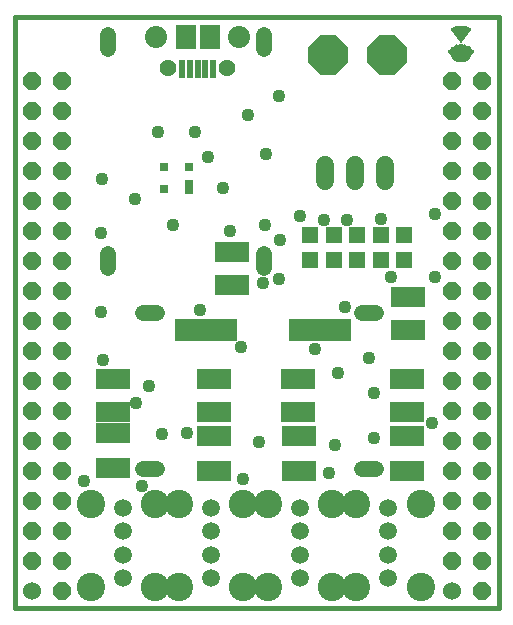
<source format=gts>
G75*
%MOIN*%
%OFA0B0*%
%FSLAX24Y24*%
%IPPOS*%
%LPD*%
%AMOC8*
5,1,8,0,0,1.08239X$1,22.5*
%
%ADD10C,0.0160*%
%ADD11C,0.0600*%
%ADD12OC8,0.0600*%
%ADD13R,0.0312X0.0004*%
%ADD14R,0.0344X0.0004*%
%ADD15R,0.0368X0.0004*%
%ADD16R,0.0392X0.0004*%
%ADD17R,0.0408X0.0004*%
%ADD18R,0.0424X0.0004*%
%ADD19R,0.0432X0.0004*%
%ADD20R,0.0448X0.0004*%
%ADD21R,0.0456X0.0004*%
%ADD22R,0.0472X0.0004*%
%ADD23R,0.0480X0.0004*%
%ADD24R,0.0488X0.0004*%
%ADD25R,0.0496X0.0004*%
%ADD26R,0.0504X0.0004*%
%ADD27R,0.0512X0.0004*%
%ADD28R,0.0520X0.0004*%
%ADD29R,0.0528X0.0004*%
%ADD30R,0.0536X0.0004*%
%ADD31R,0.0536X0.0004*%
%ADD32R,0.0544X0.0004*%
%ADD33R,0.0552X0.0004*%
%ADD34R,0.0560X0.0004*%
%ADD35R,0.0560X0.0004*%
%ADD36R,0.0568X0.0004*%
%ADD37R,0.0576X0.0004*%
%ADD38R,0.0584X0.0004*%
%ADD39R,0.0592X0.0004*%
%ADD40R,0.0592X0.0004*%
%ADD41R,0.0600X0.0004*%
%ADD42R,0.0608X0.0004*%
%ADD43R,0.0608X0.0004*%
%ADD44R,0.0616X0.0004*%
%ADD45R,0.0624X0.0004*%
%ADD46R,0.0632X0.0004*%
%ADD47R,0.0632X0.0004*%
%ADD48R,0.0640X0.0004*%
%ADD49R,0.0648X0.0004*%
%ADD50R,0.0648X0.0004*%
%ADD51R,0.0656X0.0004*%
%ADD52R,0.0664X0.0004*%
%ADD53R,0.0664X0.0004*%
%ADD54R,0.0672X0.0004*%
%ADD55R,0.0680X0.0004*%
%ADD56R,0.0680X0.0004*%
%ADD57R,0.0688X0.0004*%
%ADD58R,0.0696X0.0004*%
%ADD59R,0.0700X0.0004*%
%ADD60R,0.0708X0.0004*%
%ADD61R,0.0716X0.0004*%
%ADD62R,0.0720X0.0004*%
%ADD63R,0.0720X0.0004*%
%ADD64R,0.0724X0.0004*%
%ADD65R,0.0808X0.0004*%
%ADD66R,0.0824X0.0004*%
%ADD67R,0.0832X0.0004*%
%ADD68R,0.0840X0.0004*%
%ADD69R,0.0848X0.0004*%
%ADD70R,0.0856X0.0004*%
%ADD71R,0.0860X0.0004*%
%ADD72R,0.0864X0.0004*%
%ADD73R,0.0864X0.0004*%
%ADD74R,0.0868X0.0004*%
%ADD75R,0.0872X0.0004*%
%ADD76R,0.0872X0.0004*%
%ADD77R,0.0860X0.0004*%
%ADD78R,0.0832X0.0004*%
%ADD79R,0.0824X0.0004*%
%ADD80R,0.0708X0.0004*%
%ADD81R,0.0712X0.0004*%
%ADD82R,0.0712X0.0004*%
%ADD83R,0.0700X0.0004*%
%ADD84R,0.0696X0.0004*%
%ADD85R,0.0692X0.0004*%
%ADD86R,0.0668X0.0004*%
%ADD87R,0.0660X0.0004*%
%ADD88R,0.0452X0.0004*%
%ADD89R,0.0188X0.0004*%
%ADD90R,0.0448X0.0004*%
%ADD91R,0.0440X0.0004*%
%ADD92R,0.0184X0.0004*%
%ADD93R,0.0432X0.0004*%
%ADD94R,0.0184X0.0004*%
%ADD95R,0.0424X0.0004*%
%ADD96R,0.0412X0.0004*%
%ADD97R,0.0128X0.0004*%
%ADD98R,0.0044X0.0004*%
%ADD99R,0.0400X0.0004*%
%ADD100R,0.0008X0.0004*%
%ADD101R,0.0388X0.0004*%
%ADD102R,0.0132X0.0004*%
%ADD103R,0.0360X0.0004*%
%ADD104R,0.0136X0.0004*%
%ADD105R,0.0340X0.0004*%
%ADD106R,0.0140X0.0004*%
%ADD107R,0.0328X0.0004*%
%ADD108R,0.0144X0.0004*%
%ADD109R,0.0324X0.0004*%
%ADD110R,0.0148X0.0004*%
%ADD111R,0.0320X0.0004*%
%ADD112R,0.0156X0.0004*%
%ADD113R,0.0316X0.0004*%
%ADD114R,0.0176X0.0004*%
%ADD115R,0.0080X0.0004*%
%ADD116R,0.0052X0.0004*%
%ADD117R,0.0380X0.0004*%
%ADD118R,0.0372X0.0004*%
%ADD119R,0.0356X0.0004*%
%ADD120R,0.0004X0.0004*%
%ADD121R,0.0308X0.0004*%
%ADD122R,0.0060X0.0004*%
%ADD123R,0.0240X0.0004*%
%ADD124R,0.0232X0.0004*%
%ADD125R,0.0044X0.0004*%
%ADD126R,0.0164X0.0004*%
%ADD127R,0.0056X0.0004*%
%ADD128R,0.0036X0.0004*%
%ADD129R,0.0156X0.0004*%
%ADD130R,0.0048X0.0004*%
%ADD131R,0.0024X0.0004*%
%ADD132R,0.0036X0.0004*%
%ADD133R,0.0016X0.0004*%
%ADD134R,0.0028X0.0004*%
%ADD135R,0.0012X0.0004*%
%ADD136R,0.0124X0.0004*%
%ADD137R,0.0108X0.0004*%
%ADD138R,0.0008X0.0004*%
%ADD139R,0.0092X0.0004*%
%ADD140R,0.0068X0.0004*%
%ADD141R,0.0008X0.0004*%
%ADD142R,0.0016X0.0004*%
%ADD143R,0.0024X0.0004*%
%ADD144R,0.0032X0.0004*%
%ADD145R,0.0032X0.0004*%
%ADD146R,0.0040X0.0004*%
%ADD147R,0.0056X0.0004*%
%ADD148R,0.0064X0.0004*%
%ADD149R,0.0072X0.0004*%
%ADD150R,0.0088X0.0004*%
%ADD151R,0.0096X0.0004*%
%ADD152R,0.0104X0.0004*%
%ADD153R,0.0112X0.0004*%
%ADD154R,0.0120X0.0004*%
%ADD155R,0.0124X0.0004*%
%ADD156R,0.0128X0.0004*%
%ADD157R,0.0144X0.0004*%
%ADD158R,0.0152X0.0004*%
%ADD159R,0.0152X0.0004*%
%ADD160R,0.0160X0.0004*%
%ADD161R,0.0168X0.0004*%
%ADD162R,0.0176X0.0004*%
%ADD163R,0.0184X0.0004*%
%ADD164R,0.0192X0.0004*%
%ADD165R,0.0200X0.0004*%
%ADD166R,0.0208X0.0004*%
%ADD167R,0.0216X0.0004*%
%ADD168R,0.0216X0.0004*%
%ADD169R,0.0224X0.0004*%
%ADD170R,0.0232X0.0004*%
%ADD171R,0.0240X0.0004*%
%ADD172R,0.0248X0.0004*%
%ADD173R,0.0256X0.0004*%
%ADD174R,0.0264X0.0004*%
%ADD175R,0.0272X0.0004*%
%ADD176R,0.0280X0.0004*%
%ADD177R,0.0288X0.0004*%
%ADD178R,0.0296X0.0004*%
%ADD179R,0.0304X0.0004*%
%ADD180R,0.0320X0.0004*%
%ADD181R,0.0328X0.0004*%
%ADD182R,0.0336X0.0004*%
%ADD183R,0.0336X0.0004*%
%ADD184R,0.0200X0.0004*%
%ADD185R,0.0128X0.0004*%
%ADD186R,0.0204X0.0004*%
%ADD187R,0.0216X0.0004*%
%ADD188R,0.0228X0.0004*%
%ADD189R,0.0416X0.0004*%
%ADD190R,0.0424X0.0004*%
%ADD191R,0.0428X0.0004*%
%ADD192R,0.0304X0.0004*%
%ADD193R,0.0180X0.0004*%
%ADD194R,0.0112X0.0004*%
%ADD195R,0.0176X0.0004*%
%ADD196R,0.0112X0.0004*%
%ADD197R,0.0132X0.0004*%
%ADD198R,0.0116X0.0004*%
%ADD199R,0.0332X0.0004*%
%ADD200R,0.0336X0.0004*%
%ADD201R,0.0480X0.0004*%
%ADD202R,0.0496X0.0004*%
%ADD203R,0.0512X0.0004*%
%ADD204R,0.0544X0.0004*%
%ADD205R,0.0208X0.0004*%
%ADD206R,0.0356X0.0004*%
%ADD207R,0.0208X0.0004*%
%ADD208R,0.0364X0.0004*%
%ADD209R,0.0212X0.0004*%
%ADD210R,0.0368X0.0004*%
%ADD211R,0.0220X0.0004*%
%ADD212R,0.0600X0.0004*%
%ADD213R,0.0356X0.0004*%
%ADD214R,0.0228X0.0004*%
%ADD215R,0.0236X0.0004*%
%ADD216R,0.0360X0.0004*%
%ADD217R,0.0368X0.0004*%
%ADD218R,0.0244X0.0004*%
%ADD219R,0.0252X0.0004*%
%ADD220R,0.0376X0.0004*%
%ADD221R,0.0672X0.0004*%
%ADD222R,0.0624X0.0004*%
%ADD223R,0.0596X0.0004*%
%ADD224R,0.0552X0.0004*%
%ADD225R,0.0456X0.0004*%
%ADD226R,0.0384X0.0004*%
%ADD227R,0.0352X0.0004*%
%ADD228R,0.0188X0.0004*%
%ADD229R,0.0108X0.0004*%
%ADD230OC8,0.1310*%
%ADD231C,0.0532*%
%ADD232C,0.0600*%
%ADD233R,0.1123X0.0651*%
%ADD234R,0.1123X0.0690*%
%ADD235R,0.0532X0.0532*%
%ADD236R,0.0296X0.0454*%
%ADD237R,0.0296X0.0296*%
%ADD238R,0.2060X0.0760*%
%ADD239C,0.0591*%
%ADD240C,0.0946*%
%ADD241R,0.0217X0.0591*%
%ADD242R,0.0651X0.0808*%
%ADD243C,0.0739*%
%ADD244C,0.0562*%
%ADD245C,0.0436*%
D10*
X002254Y004003D02*
X018396Y004003D01*
X018396Y023688D01*
X002254Y023688D01*
X002254Y004003D01*
D11*
X002825Y004558D03*
X016825Y004558D03*
D12*
X016825Y005558D03*
X016825Y006558D03*
X016825Y007558D03*
X016825Y008558D03*
X016825Y009558D03*
X016825Y010558D03*
X016825Y011558D03*
X017825Y011558D03*
X017825Y010558D03*
X017825Y009558D03*
X017825Y008558D03*
X017825Y007558D03*
X017825Y006558D03*
X017825Y005558D03*
X017825Y004558D03*
X017825Y012558D03*
X017825Y013558D03*
X017825Y014558D03*
X017825Y015558D03*
X017825Y016558D03*
X017825Y017558D03*
X017825Y018558D03*
X017825Y019558D03*
X017825Y020558D03*
X017825Y021558D03*
X016825Y021558D03*
X016825Y020558D03*
X016825Y019558D03*
X016825Y018558D03*
X016825Y017558D03*
X016825Y016558D03*
X016825Y015558D03*
X016825Y014558D03*
X016825Y013558D03*
X016825Y012558D03*
X003825Y012558D03*
X003825Y013558D03*
X003825Y014558D03*
X003825Y015558D03*
X003825Y016558D03*
X003825Y017558D03*
X003825Y018558D03*
X003825Y019558D03*
X003825Y020558D03*
X003825Y021558D03*
X002825Y021558D03*
X002825Y020558D03*
X002825Y019558D03*
X002825Y018558D03*
X002825Y017558D03*
X002825Y016558D03*
X002825Y015558D03*
X002825Y014558D03*
X002825Y013558D03*
X002825Y012558D03*
X002825Y011558D03*
X002825Y010558D03*
X002825Y009558D03*
X002825Y008558D03*
X002825Y007558D03*
X002825Y006558D03*
X002825Y005558D03*
X003825Y005558D03*
X003825Y004558D03*
X003825Y006558D03*
X003825Y007558D03*
X003825Y008558D03*
X003825Y009558D03*
X003825Y010558D03*
X003825Y011558D03*
D13*
X017134Y022205D03*
X017138Y022717D03*
X017134Y023017D03*
X017134Y023021D03*
D14*
X017134Y022209D03*
D15*
X017134Y022213D03*
D16*
X017134Y022217D03*
X017110Y022701D03*
D17*
X017134Y023081D03*
X017134Y023085D03*
X017134Y023341D03*
X017134Y022221D03*
D18*
X017134Y022225D03*
D19*
X017134Y022229D03*
X017134Y023101D03*
X017134Y023337D03*
D20*
X017134Y022233D03*
D21*
X017134Y022237D03*
D22*
X017134Y022241D03*
D23*
X017134Y022245D03*
X017134Y023329D03*
D24*
X017134Y023137D03*
X017134Y022249D03*
D25*
X017134Y022253D03*
D26*
X017134Y022257D03*
X017134Y023149D03*
D27*
X017134Y023321D03*
X017134Y022261D03*
D28*
X017134Y022265D03*
X017134Y023157D03*
X017134Y023161D03*
D29*
X017134Y023165D03*
X017134Y022269D03*
D30*
X017134Y022273D03*
D31*
X017134Y022277D03*
X017134Y023169D03*
X017134Y023317D03*
D32*
X017134Y023177D03*
X017134Y022281D03*
D33*
X017134Y022285D03*
X017134Y023181D03*
D34*
X017134Y023185D03*
X017134Y022289D03*
D35*
X017134Y022293D03*
D36*
X017134Y022297D03*
X017134Y023189D03*
X017134Y023309D03*
D37*
X017134Y022305D03*
X017134Y022301D03*
D38*
X017134Y022309D03*
X017134Y023305D03*
D39*
X017134Y022313D03*
D40*
X017134Y022317D03*
D41*
X017134Y022321D03*
X017134Y022325D03*
D42*
X017134Y022329D03*
X017134Y023297D03*
D43*
X017134Y022333D03*
D44*
X017134Y022337D03*
X017134Y022341D03*
D45*
X017134Y022345D03*
X017134Y022349D03*
D46*
X017134Y022353D03*
D47*
X017134Y022357D03*
X017134Y023289D03*
D48*
X017134Y022365D03*
X017134Y022361D03*
D49*
X017134Y022369D03*
X017134Y022377D03*
X017134Y023285D03*
D50*
X017134Y022373D03*
D51*
X017134Y022381D03*
X017134Y022385D03*
X017134Y023249D03*
X017134Y023281D03*
D52*
X017134Y023277D03*
X017134Y023257D03*
X017134Y022389D03*
D53*
X017134Y022393D03*
X017134Y023253D03*
D54*
X017134Y023261D03*
X017138Y022629D03*
X017134Y022405D03*
X017134Y022401D03*
X017134Y022397D03*
D55*
X017134Y022409D03*
X017134Y022625D03*
X017134Y023265D03*
X017134Y023269D03*
D56*
X017134Y022413D03*
D57*
X017134Y022417D03*
X017134Y022421D03*
X017134Y022621D03*
D58*
X017134Y022429D03*
X017134Y022425D03*
D59*
X017136Y022433D03*
D60*
X017136Y022437D03*
X017136Y022441D03*
D61*
X017136Y022445D03*
X017136Y022449D03*
D62*
X017134Y022453D03*
D63*
X017134Y022457D03*
D64*
X017132Y022461D03*
D65*
X017134Y022465D03*
X017134Y022557D03*
D66*
X017134Y022469D03*
D67*
X017134Y022473D03*
D68*
X017134Y022477D03*
X017134Y022545D03*
D69*
X017134Y022541D03*
X017134Y022481D03*
D70*
X017134Y022485D03*
X017134Y022537D03*
D71*
X017132Y022489D03*
D72*
X017134Y022493D03*
D73*
X017134Y022497D03*
X017134Y022525D03*
X017134Y022529D03*
D74*
X017132Y022521D03*
X017132Y022505D03*
X017132Y022501D03*
D75*
X017134Y022509D03*
X017134Y022517D03*
D76*
X017134Y022513D03*
D77*
X017132Y022533D03*
D78*
X017134Y022549D03*
D79*
X017134Y022553D03*
D80*
X017124Y022589D03*
X017128Y022601D03*
D81*
X017126Y022593D03*
D82*
X017126Y022597D03*
D83*
X017128Y022605D03*
X017128Y022609D03*
D84*
X017130Y022613D03*
D85*
X017132Y022617D03*
D86*
X017140Y022633D03*
D87*
X017140Y022637D03*
X017140Y022641D03*
D88*
X017240Y022645D03*
D89*
X016908Y022661D03*
X016904Y022649D03*
X016904Y022645D03*
D90*
X017242Y022649D03*
D91*
X017242Y022653D03*
D92*
X016906Y022653D03*
D93*
X017242Y022657D03*
D94*
X016906Y022657D03*
D95*
X017246Y022661D03*
D96*
X017248Y022665D03*
D97*
X016946Y022669D03*
X016942Y022665D03*
X017026Y023041D03*
X017022Y023045D03*
D98*
X016836Y022665D03*
D99*
X017134Y023077D03*
X017250Y022669D03*
D100*
X017134Y022817D03*
X016818Y022669D03*
D101*
X017252Y022673D03*
D102*
X016952Y022673D03*
X017296Y023113D03*
D103*
X017246Y023201D03*
X017262Y022677D03*
D104*
X017134Y022745D03*
X017134Y022901D03*
X017014Y023061D03*
X016954Y022677D03*
D105*
X017268Y022681D03*
D106*
X016960Y022681D03*
X017012Y023065D03*
D107*
X017202Y023121D03*
X017266Y022685D03*
D108*
X016966Y022685D03*
D109*
X017264Y022689D03*
D110*
X017136Y022741D03*
X016972Y022689D03*
D111*
X017258Y022693D03*
X017134Y023353D03*
D112*
X017016Y023073D03*
X016980Y022693D03*
D113*
X017252Y022697D03*
D114*
X016998Y022697D03*
D115*
X017134Y022861D03*
X017134Y022865D03*
X017362Y022701D03*
D116*
X017360Y022705D03*
X017260Y022729D03*
D117*
X017112Y022705D03*
D118*
X017116Y022709D03*
D119*
X017120Y022713D03*
X017240Y023193D03*
D120*
X016968Y022717D03*
D121*
X017140Y022721D03*
D122*
X017260Y022725D03*
D123*
X017106Y022725D03*
X017134Y022969D03*
X017134Y023361D03*
X017334Y023237D03*
D124*
X017326Y023221D03*
X017322Y023217D03*
X017106Y022729D03*
D125*
X017264Y022733D03*
D126*
X017136Y022733D03*
D127*
X017022Y022733D03*
D128*
X017264Y022737D03*
D129*
X017136Y022737D03*
D130*
X017134Y022841D03*
X017018Y022737D03*
D131*
X017266Y022741D03*
D132*
X017136Y022765D03*
X017016Y022741D03*
D133*
X017010Y022749D03*
X017266Y022745D03*
D134*
X017012Y022745D03*
D135*
X017268Y022749D03*
D136*
X017136Y022749D03*
X017292Y023105D03*
X016960Y023129D03*
D137*
X017136Y022753D03*
D138*
X017006Y022753D03*
D139*
X017136Y022757D03*
D140*
X017136Y022761D03*
D141*
X017134Y022813D03*
D142*
X017134Y022821D03*
D143*
X017134Y022825D03*
D144*
X017134Y022829D03*
D145*
X017134Y022833D03*
D146*
X017134Y022837D03*
D147*
X017134Y022845D03*
X017134Y022849D03*
D148*
X017134Y022853D03*
D149*
X017134Y022857D03*
D150*
X017134Y022869D03*
D151*
X017134Y022873D03*
D152*
X017134Y022877D03*
X017134Y022881D03*
D153*
X017134Y022885D03*
D154*
X017134Y022889D03*
X016958Y023125D03*
D155*
X017136Y022893D03*
D156*
X017134Y022897D03*
X017018Y023049D03*
X017014Y023057D03*
X017294Y023109D03*
D157*
X017134Y022905D03*
X017014Y023069D03*
D158*
X017134Y022909D03*
D159*
X017134Y022913D03*
D160*
X017134Y022917D03*
D161*
X017134Y022921D03*
X017134Y022925D03*
D162*
X017134Y022929D03*
D163*
X017134Y022933D03*
D164*
X017134Y022937D03*
X017134Y022941D03*
D165*
X017134Y022945D03*
X017206Y023041D03*
X017210Y023045D03*
X017214Y023049D03*
D166*
X017218Y023061D03*
X017134Y022949D03*
D167*
X017134Y022953D03*
D168*
X017134Y022957D03*
D169*
X017134Y022961D03*
D170*
X017134Y022965D03*
X017330Y023229D03*
D171*
X017134Y022973D03*
D172*
X017134Y022977D03*
D173*
X017134Y022981D03*
D174*
X017134Y022985D03*
X017134Y022989D03*
D175*
X017134Y022993D03*
D176*
X017134Y022997D03*
X017134Y023357D03*
D177*
X017134Y023005D03*
X017134Y023001D03*
D178*
X017134Y023009D03*
D179*
X017134Y023013D03*
D180*
X017134Y023025D03*
D181*
X017134Y023029D03*
D182*
X017134Y023033D03*
D183*
X017134Y023037D03*
D184*
X017214Y023053D03*
D185*
X017018Y023053D03*
D186*
X016948Y023197D03*
X017216Y023057D03*
D187*
X017218Y023065D03*
X017218Y023069D03*
D188*
X017216Y023073D03*
D189*
X017134Y023089D03*
D190*
X017134Y023093D03*
D191*
X017132Y023097D03*
D192*
X017066Y023105D03*
D193*
X017124Y023109D03*
X017128Y023117D03*
D194*
X016966Y023109D03*
X016962Y023117D03*
D195*
X017126Y023113D03*
D196*
X016962Y023113D03*
D197*
X017296Y023117D03*
D198*
X016960Y023121D03*
D199*
X017204Y023125D03*
D200*
X017202Y023129D03*
D201*
X017134Y023133D03*
D202*
X017134Y023141D03*
X017134Y023145D03*
X017134Y023325D03*
D203*
X017134Y023153D03*
D204*
X017134Y023173D03*
D205*
X016954Y023193D03*
D206*
X017004Y023221D03*
X017004Y023225D03*
X017244Y023197D03*
D207*
X016946Y023201D03*
D208*
X017248Y023205D03*
D209*
X016944Y023205D03*
D210*
X017246Y023209D03*
D211*
X016948Y023209D03*
D212*
X017134Y023213D03*
D213*
X017008Y023217D03*
X017000Y023229D03*
D214*
X017328Y023225D03*
D215*
X017332Y023233D03*
D216*
X016998Y023233D03*
D217*
X016998Y023237D03*
X016998Y023241D03*
D218*
X017332Y023241D03*
D219*
X017332Y023245D03*
D220*
X016998Y023245D03*
D221*
X017134Y023273D03*
D222*
X017134Y023293D03*
D223*
X017132Y023301D03*
D224*
X017134Y023313D03*
D225*
X017134Y023333D03*
D226*
X017134Y023345D03*
D227*
X017134Y023349D03*
D228*
X017136Y023365D03*
D229*
X017132Y023369D03*
D230*
X014655Y022428D03*
X012687Y022428D03*
D231*
X010570Y022633D02*
X010570Y023105D01*
X005370Y023105D02*
X005370Y022633D01*
X005370Y015805D02*
X005370Y015333D01*
X006536Y013840D02*
X007009Y013840D01*
X010570Y015333D02*
X010570Y015805D01*
X013836Y013840D02*
X014309Y013840D01*
X014309Y008640D02*
X013836Y008640D01*
X007009Y008640D02*
X006536Y008640D01*
D232*
X012592Y018221D02*
X012592Y018761D01*
X013592Y018761D02*
X013592Y018221D01*
X014592Y018221D02*
X014592Y018761D01*
D233*
X015325Y009712D03*
X015325Y008550D03*
X011742Y008550D03*
X011742Y009712D03*
X008907Y009712D03*
X008907Y008550D03*
X005522Y008668D03*
X005522Y009830D03*
D234*
X005522Y010538D03*
X005522Y011641D03*
X008907Y011641D03*
X008907Y010538D03*
X011703Y010538D03*
X011703Y011641D03*
X009498Y014751D03*
X009498Y015853D03*
X015364Y014357D03*
X015364Y013255D03*
X015325Y011641D03*
X015325Y010538D03*
D235*
X015246Y015597D03*
X015246Y016424D03*
X014459Y016424D03*
X014459Y015597D03*
X013671Y015597D03*
X013671Y016424D03*
X012884Y016424D03*
X012884Y015597D03*
X012096Y015597D03*
X012096Y016424D03*
D236*
X008061Y018038D03*
D237*
X008061Y018708D03*
X007234Y018708D03*
X007234Y017960D03*
D238*
X008622Y013255D03*
X012422Y013255D03*
D239*
X011762Y007342D03*
X011762Y006554D03*
X011762Y005767D03*
X011762Y004979D03*
X014714Y004979D03*
X014714Y005767D03*
X014714Y006554D03*
X014714Y007342D03*
X008809Y007342D03*
X008809Y006554D03*
X008809Y005767D03*
X008809Y004979D03*
X005856Y004979D03*
X005856Y005767D03*
X005856Y006554D03*
X005856Y007342D03*
D240*
X006927Y007448D03*
X007738Y007448D03*
X009880Y007448D03*
X010691Y007448D03*
X012833Y007448D03*
X013644Y007448D03*
X015785Y007448D03*
X015785Y004692D03*
X013644Y004692D03*
X012833Y004692D03*
X010691Y004692D03*
X009880Y004692D03*
X007738Y004692D03*
X006927Y004692D03*
X004785Y004692D03*
X004785Y007448D03*
D241*
X007844Y021966D03*
X008100Y021966D03*
X008356Y021966D03*
X008612Y021966D03*
X008868Y021966D03*
D242*
X008750Y023019D03*
X007962Y023015D03*
D243*
X006978Y023019D03*
X009734Y023019D03*
D244*
X009340Y021985D03*
X007372Y021985D03*
D245*
X007018Y019869D03*
X008277Y019869D03*
X008710Y019042D03*
X009183Y017979D03*
X009419Y016562D03*
X010600Y016759D03*
X011112Y016247D03*
X011781Y017074D03*
X012569Y016916D03*
X013317Y016916D03*
X014459Y016956D03*
X014813Y015027D03*
X016270Y015027D03*
X016270Y017113D03*
X013277Y014042D03*
X012254Y012625D03*
X013041Y011838D03*
X014065Y012310D03*
X014222Y011168D03*
X014222Y009672D03*
X012923Y009436D03*
X012726Y008491D03*
X010403Y009515D03*
X009852Y008294D03*
X008002Y009830D03*
X007175Y009790D03*
X006309Y010814D03*
X006742Y011405D03*
X005207Y012271D03*
X005128Y013845D03*
X005128Y016483D03*
X006270Y017625D03*
X005167Y018294D03*
X007529Y016759D03*
X008435Y013924D03*
X009813Y012704D03*
X010522Y014830D03*
X011073Y014948D03*
X010640Y019121D03*
X010049Y020420D03*
X011073Y021050D03*
X016151Y010145D03*
X006506Y008058D03*
X004577Y008216D03*
M02*

</source>
